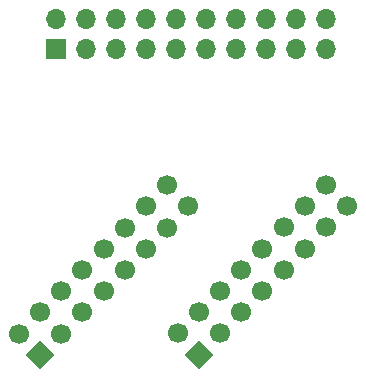
<source format=gbr>
%TF.GenerationSoftware,KiCad,Pcbnew,8.0.4*%
%TF.CreationDate,2024-12-17T16:18:05+07:00*%
%TF.ProjectId,8bit_bus,38626974-5f62-4757-932e-6b696361645f,rev?*%
%TF.SameCoordinates,Original*%
%TF.FileFunction,Soldermask,Bot*%
%TF.FilePolarity,Negative*%
%FSLAX46Y46*%
G04 Gerber Fmt 4.6, Leading zero omitted, Abs format (unit mm)*
G04 Created by KiCad (PCBNEW 8.0.4) date 2024-12-17 16:18:05*
%MOMM*%
%LPD*%
G01*
G04 APERTURE LIST*
G04 Aperture macros list*
%AMHorizOval*
0 Thick line with rounded ends*
0 $1 width*
0 $2 $3 position (X,Y) of the first rounded end (center of the circle)*
0 $4 $5 position (X,Y) of the second rounded end (center of the circle)*
0 Add line between two ends*
20,1,$1,$2,$3,$4,$5,0*
0 Add two circle primitives to create the rounded ends*
1,1,$1,$2,$3*
1,1,$1,$4,$5*%
%AMRotRect*
0 Rectangle, with rotation*
0 The origin of the aperture is its center*
0 $1 length*
0 $2 width*
0 $3 Rotation angle, in degrees counterclockwise*
0 Add horizontal line*
21,1,$1,$2,0,0,$3*%
G04 Aperture macros list end*
%ADD10R,1.700000X1.700000*%
%ADD11O,1.700000X1.700000*%
%ADD12RotRect,1.700000X1.700000X315.000000*%
%ADD13HorizOval,1.700000X0.000000X0.000000X0.000000X0.000000X0*%
G04 APERTURE END LIST*
D10*
%TO.C,J17*%
X30293893Y-23608850D03*
D11*
X30293893Y-21068850D03*
X32833893Y-23608850D03*
X32833893Y-21068850D03*
X35373892Y-23608850D03*
X35373893Y-21068850D03*
X37913893Y-23608850D03*
X37913893Y-21068850D03*
X40453893Y-23608850D03*
X40453893Y-21068850D03*
X42993893Y-23608850D03*
X42993893Y-21068850D03*
X45533893Y-23608850D03*
X45533893Y-21068850D03*
X48073894Y-23608850D03*
X48073893Y-21068850D03*
X50613893Y-23608850D03*
X50613893Y-21068850D03*
X53153893Y-23608850D03*
X53153893Y-21068850D03*
%TD*%
D12*
%TO.C,J11*%
X28923893Y-49538850D03*
D13*
X27127842Y-47742799D03*
X30719944Y-47742799D03*
X28923893Y-45946748D03*
X32515995Y-45946748D03*
X30719944Y-44150696D03*
X34312047Y-44150696D03*
X32515995Y-42354645D03*
X36108098Y-42354645D03*
X34312047Y-40558594D03*
X37904149Y-40558594D03*
X36108098Y-38762543D03*
X39700200Y-38762543D03*
X37904149Y-36966491D03*
X41496252Y-36966491D03*
X39700200Y-35170440D03*
%TD*%
D12*
%TO.C,J12*%
X42363893Y-49528850D03*
D13*
X40567842Y-47732799D03*
X44159944Y-47732799D03*
X42363893Y-45936748D03*
X45955995Y-45936748D03*
X44159944Y-44140696D03*
X47752047Y-44140696D03*
X45955995Y-42344645D03*
X49548098Y-42344645D03*
X47752047Y-40548594D03*
X51344149Y-40548594D03*
X49548098Y-38752543D03*
X53140200Y-38752543D03*
X51344149Y-36956491D03*
X54936252Y-36956491D03*
X53140200Y-35160440D03*
%TD*%
M02*

</source>
